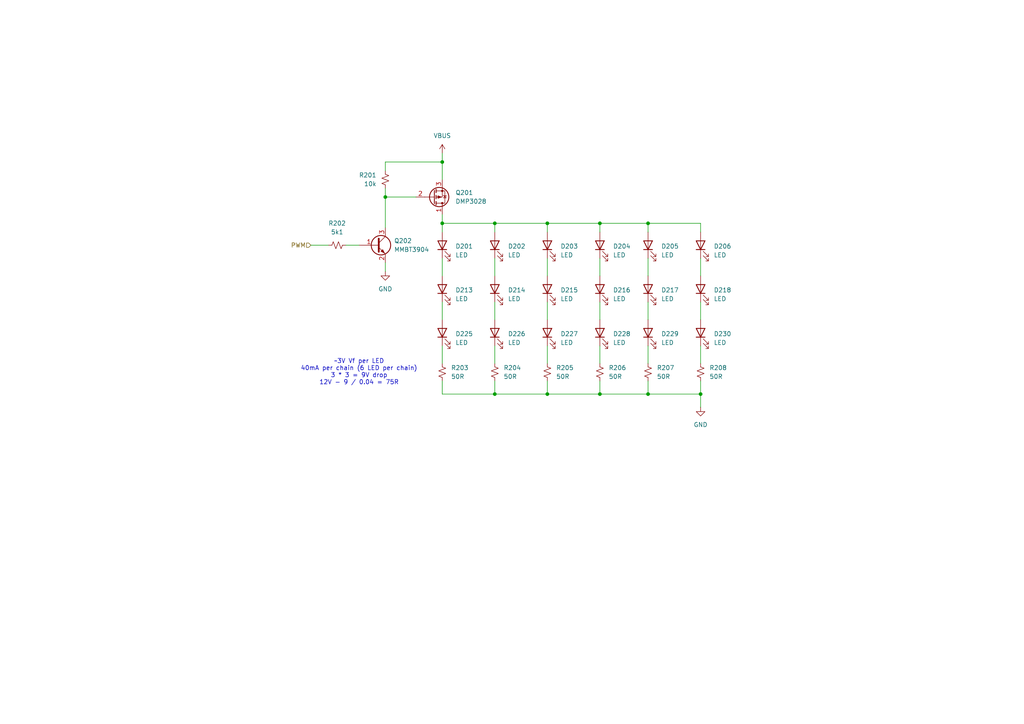
<source format=kicad_sch>
(kicad_sch (version 20231120) (generator "eeschema") (generator_version "8.0")
  (paper "A4")
  (lib_symbols
    (symbol "Device:LED" (pin_numbers hide) (pin_names (offset 1.016) hide)
      (property "Reference" "D" (at 0 2.54 0))
      (property "Value" "LED" (at 0 -2.54 0))
      (symbol "LED_0_1"
        (polyline (pts (xy -1.27 -1.27) (xy -1.27 1.27)) (stroke (width 0.254)))
        (polyline (pts (xy -1.27 0) (xy 1.27 0)))
        (polyline (pts (xy 1.27 -1.27) (xy 1.27 1.27) (xy -1.27 0) (xy 1.27 -1.27)) (stroke (width 0.254)))
        (polyline (pts (xy -3.048 -0.762) (xy -4.572 -2.286) (xy -3.81 -2.286) (xy -4.572 -2.286) (xy -4.572 -1.524)))
        (polyline (pts (xy -1.778 -0.762) (xy -3.302 -2.286) (xy -2.54 -2.286) (xy -3.302 -2.286) (xy -3.302 -1.524)))
      )
      (symbol "LED_1_1"
        (pin passive line (at -3.81 0 0) (length 2.54) (name "K") (number "1"))
        (pin passive line (at 3.81 0 180) (length 2.54) (name "A") (number "2"))
      )
    )
    (symbol "Device:Q_PMOS_DGS" (pin_names (offset 0) hide)
      (property "Reference" "Q" (at 5.08 1.27 0))
      (property "Value" "Q_PMOS_DGS" (at 5.08 -1.27 0))
      (symbol "Q_PMOS_DGS_0_1"
        (polyline (pts (xy 0.254 0) (xy -2.54 0)))
        (polyline (pts (xy 0.254 1.905) (xy 0.254 -1.905)) (stroke (width 0.254)))
        (polyline (pts (xy 0.762 -1.27) (xy 0.762 -2.286)) (stroke (width 0.254)))
        (polyline (pts (xy 0.762 0.508) (xy 0.762 -0.508)) (stroke (width 0.254)))
        (polyline (pts (xy 0.762 2.286) (xy 0.762 1.27)) (stroke (width 0.254)))
        (polyline (pts (xy 2.54 2.54) (xy 2.54 1.778)))
        (polyline (pts (xy 2.54 -2.54) (xy 2.54 0) (xy 0.762 0)))
        (polyline (pts (xy 0.762 1.778) (xy 3.302 1.778) (xy 3.302 -1.778) (xy 0.762 -1.778)))
        (polyline (pts (xy 2.286 0) (xy 1.27 0.381) (xy 1.27 -0.381) (xy 2.286 0)) (fill (type outline)))
        (polyline (pts (xy 2.794 -0.508) (xy 2.921 -0.381) (xy 3.683 -0.381) (xy 3.81 -0.254)))
        (polyline (pts (xy 3.302 -0.381) (xy 2.921 0.254) (xy 3.683 0.254) (xy 3.302 -0.381)))
        (circle (center 1.651 0) (radius 2.794) (stroke (width 0.254)))
        (circle (center 2.54 -1.778) (radius 0.254) (fill (type outline)))
        (circle (center 2.54 1.778) (radius 0.254) (fill (type outline)))
      )
      (symbol "Q_PMOS_DGS_1_1"
        (pin passive line (at 2.54 5.08 270) (length 2.54) (name "D") (number "1"))
        (pin input line (at -5.08 0 0) (length 2.54) (name "G") (number "2"))
        (pin passive line (at 2.54 -5.08 90) (length 2.54) (name "S") (number "3"))
      )
    )
    (symbol "Device:R_Small_US" (pin_numbers hide) (pin_names (offset 0.254) hide)
      (property "Reference" "R" (at 0.762 0.508 0))
      (property "Value" "R_Small_US" (at 0.762 -1.016 0))
      (symbol "R_Small_US_1_1"
        (polyline (pts (xy 0 0) (xy 1.016 -0.381) (xy 0 -0.762) (xy -1.016 -1.143) (xy 0 -1.524)))
        (polyline (pts (xy 0 1.524) (xy 1.016 1.143) (xy 0 0.762) (xy -1.016 0.381) (xy 0 0)))
        (pin passive line (at 0 2.54 270) (length 1.016) (name "~") (number "1"))
        (pin passive line (at 0 -2.54 90) (length 1.016) (name "~") (number "2"))
      )
    )
    (symbol "Transistor_BJT:MMBT3904" (pin_names (offset 0) hide)
      (property "Reference" "Q" (at 5.08 1.905 0))
      (property "Value" "MMBT3904" (at 5.08 0 0))
      (symbol "MMBT3904_0_1"
        (polyline (pts (xy 0.635 0.635) (xy 2.54 2.54)))
        (polyline (pts (xy 0.635 -0.635) (xy 2.54 -2.54) (xy 2.54 -2.54)))
        (polyline (pts (xy 0.635 1.905) (xy 0.635 -1.905) (xy 0.635 -1.905)) (stroke (width 0.508)))
        (polyline (pts (xy 1.27 -1.778) (xy 1.778 -1.27) (xy 2.286 -2.286) (xy 1.27 -1.778) (xy 1.27 -1.778)) (fill (type outline)))
        (circle (center 1.27 0) (radius 2.8194) (stroke (width 0.254)))
      )
      (symbol "MMBT3904_1_1"
        (pin input line (at -5.08 0 0) (length 5.715) (name "B") (number "1"))
        (pin passive line (at 2.54 -5.08 90) (length 2.54) (name "E") (number "2"))
        (pin passive line (at 2.54 5.08 270) (length 2.54) (name "C") (number "3"))
      )
    )
    (symbol "power:GND" (power) (pin_numbers hide) (pin_names (offset 0) hide)
      (property "Value" "GND" (at 0 -3.81 0))
      (symbol "GND_0_1"
        (polyline (pts (xy 0 0) (xy 0 -1.27) (xy 1.27 -1.27) (xy 0 -2.54) (xy -1.27 -1.27) (xy 0 -1.27)))
      )
      (symbol "GND_1_1"
        (pin power_in line (at 0 0 270) (length 0) (name "~") (number "1"))
      )
    )
    (symbol "power:VBUS" (power) (pin_numbers hide) (pin_names (offset 0) hide)
      (property "Value" "VBUS" (at 0 3.556 0))
      (symbol "VBUS_0_1"
        (polyline (pts (xy -0.762 1.27) (xy 0 2.54)))
        (polyline (pts (xy 0 0) (xy 0 2.54)))
        (polyline (pts (xy 0 2.54) (xy 0.762 1.27)))
      )
      (symbol "VBUS_1_1"
        (pin power_in line (at 0 0 90) (length 0) (name "~") (number "1"))
      )
    )
  )
  (junction (at 143.51 114.3))
  (junction (at 158.75 64.77))
  (junction (at 158.75 114.3))
  (junction (at 111.76 57.15))
  (junction (at 128.27 64.77))
  (junction (at 143.51 64.77))
  (junction (at 173.99 64.77))
  (junction (at 203.2 114.3))
  (junction (at 173.99 114.3))
  (junction (at 187.96 114.3))
  (junction (at 128.27 46.99))
  (junction (at 187.96 64.77))
  (wire (pts (xy 128.27 100.33) (xy 128.27 105.41)))
  (wire (pts (xy 128.27 44.45) (xy 128.27 46.99)))
  (wire (pts (xy 187.96 100.33) (xy 187.96 105.41)))
  (wire (pts (xy 187.96 64.77) (xy 203.2 64.77)))
  (wire (pts (xy 158.75 110.49) (xy 158.75 114.3)))
  (wire (pts (xy 158.75 64.77) (xy 158.75 67.31)))
  (wire (pts (xy 111.76 49.53) (xy 111.76 46.99)))
  (wire (pts (xy 128.27 64.77) (xy 143.51 64.77)))
  (wire (pts (xy 120.65 57.15) (xy 111.76 57.15)))
  (wire (pts (xy 90.17 71.12) (xy 95.25 71.12)))
  (wire (pts (xy 158.75 87.63) (xy 158.75 92.71)))
  (wire (pts (xy 128.27 64.77) (xy 128.27 67.31)))
  (wire (pts (xy 158.75 114.3) (xy 173.99 114.3)))
  (wire (pts (xy 187.96 74.93) (xy 187.96 80.01)))
  (wire (pts (xy 173.99 87.63) (xy 173.99 92.71)))
  (wire (pts (xy 143.51 114.3) (xy 158.75 114.3)))
  (wire (pts (xy 173.99 64.77) (xy 173.99 67.31)))
  (wire (pts (xy 187.96 114.3) (xy 187.96 110.49)))
  (wire (pts (xy 143.51 74.93) (xy 143.51 80.01)))
  (wire (pts (xy 128.27 46.99) (xy 128.27 52.07)))
  (wire (pts (xy 143.51 87.63) (xy 143.51 92.71)))
  (wire (pts (xy 111.76 54.61) (xy 111.76 57.15)))
  (wire (pts (xy 128.27 62.23) (xy 128.27 64.77)))
  (wire (pts (xy 173.99 100.33) (xy 173.99 105.41)))
  (wire (pts (xy 128.27 114.3) (xy 128.27 110.49)))
  (wire (pts (xy 111.76 46.99) (xy 128.27 46.99)))
  (wire (pts (xy 128.27 74.93) (xy 128.27 80.01)))
  (wire (pts (xy 143.51 64.77) (xy 143.51 67.31)))
  (wire (pts (xy 203.2 114.3) (xy 187.96 114.3)))
  (wire (pts (xy 203.2 64.77) (xy 203.2 67.31)))
  (wire (pts (xy 158.75 100.33) (xy 158.75 105.41)))
  (wire (pts (xy 173.99 64.77) (xy 187.96 64.77)))
  (wire (pts (xy 173.99 74.93) (xy 173.99 80.01)))
  (wire (pts (xy 203.2 87.63) (xy 203.2 92.71)))
  (wire (pts (xy 203.2 74.93) (xy 203.2 80.01)))
  (wire (pts (xy 203.2 110.49) (xy 203.2 114.3)))
  (wire (pts (xy 203.2 100.33) (xy 203.2 105.41)))
  (wire (pts (xy 143.51 110.49) (xy 143.51 114.3)))
  (wire (pts (xy 187.96 87.63) (xy 187.96 92.71)))
  (wire (pts (xy 143.51 100.33) (xy 143.51 105.41)))
  (wire (pts (xy 173.99 110.49) (xy 173.99 114.3)))
  (wire (pts (xy 187.96 114.3) (xy 173.99 114.3)))
  (wire (pts (xy 128.27 87.63) (xy 128.27 92.71)))
  (wire (pts (xy 158.75 64.77) (xy 173.99 64.77)))
  (wire (pts (xy 111.76 76.2) (xy 111.76 78.74)))
  (wire (pts (xy 100.33 71.12) (xy 104.14 71.12)))
  (wire (pts (xy 187.96 64.77) (xy 187.96 67.31)))
  (wire (pts (xy 128.27 114.3) (xy 143.51 114.3)))
  (wire (pts (xy 111.76 57.15) (xy 111.76 66.04)))
  (wire (pts (xy 143.51 64.77) (xy 158.75 64.77)))
  (wire (pts (xy 158.75 74.93) (xy 158.75 80.01)))
  (wire (pts (xy 203.2 118.11) (xy 203.2 114.3)))
  (text "~3V Vf per LED\n40mA per chain (6 LED per chain)\n3 * 3 = 9V drop\n12V - 9 / 0.04 = 75R" (at 104.14 107.95 0) (effects (font (size 1.27 1.27))))
  (hierarchical_label "PWM" (shape input) (at 90.17 71.12 180))
  (symbol (lib_id "power:GND") (at 111.76 78.74 0) (unit 1)
    (property "Reference" "#PWR0202" (effects (hide yes)))
    (property "Value" "GND" (at 111.76 83.82 0))
    (property "Description" "Power symbol creates a global label with name \"GND\" , ground" (effects (hide yes)))
  )
  (symbol (lib_id "Device:R_Small_US") (at 128.27 107.95 0) (unit 1)
    (property "Reference" "R203" (at 130.81 106.6799 0) (effects (justify left)))
    (property "Value" "50R" (at 130.81 109.2199 0) (effects (justify left)))
    (property "Footprint" "Resistor_SMD:R_0805_2012Metric" (effects (hide yes)))
    (property "Description" "Resistor, small US symbol" (effects (hide yes)))
    (property "LCSC ID" "C17470" (effects (hide yes)))
  )
  (symbol (lib_id "Device:LED") (at 173.99 96.52 90) (unit 1)
    (property "Reference" "D228" (at 177.8 96.8374 90) (effects (justify right)))
    (property "Value" "LED" (at 177.8 99.3774 90) (effects (justify right)))
    (property "Footprint" "LED_SMD:LED_PLCC_2835" (effects (hide yes)))
    (property "Description" "Light emitting diode" (effects (hide yes)))
    (property "LCSC ID" "C210312" (effects (hide yes)))
  )
  (symbol (lib_id "Device:LED") (at 158.75 96.52 90) (unit 1)
    (property "Reference" "D227" (at 162.56 96.8374 90) (effects (justify right)))
    (property "Value" "LED" (at 162.56 99.3774 90) (effects (justify right)))
    (property "Footprint" "LED_SMD:LED_PLCC_2835" (effects (hide yes)))
    (property "Description" "Light emitting diode" (effects (hide yes)))
    (property "LCSC ID" "C210312" (effects (hide yes)))
  )
  (symbol (lib_id "Device:LED") (at 187.96 96.52 90) (unit 1)
    (property "Reference" "D229" (at 191.77 96.8374 90) (effects (justify right)))
    (property "Value" "LED" (at 191.77 99.3774 90) (effects (justify right)))
    (property "Footprint" "LED_SMD:LED_PLCC_2835" (effects (hide yes)))
    (property "Description" "Light emitting diode" (effects (hide yes)))
    (property "LCSC ID" "C210312" (effects (hide yes)))
  )
  (symbol (lib_id "Device:LED") (at 173.99 71.12 90) (unit 1)
    (property "Reference" "D204" (at 177.8 71.4374 90) (effects (justify right)))
    (property "Value" "LED" (at 177.8 73.9774 90) (effects (justify right)))
    (property "Footprint" "LED_SMD:LED_PLCC_2835" (effects (hide yes)))
    (property "Description" "Light emitting diode" (effects (hide yes)))
    (property "LCSC ID" "C210312" (effects (hide yes)))
  )
  (symbol (lib_id "Device:LED") (at 128.27 71.12 90) (unit 1)
    (property "Reference" "D201" (at 132.08 71.4374 90) (effects (justify right)))
    (property "Value" "LED" (at 132.08 73.9774 90) (effects (justify right)))
    (property "Footprint" "LED_SMD:LED_PLCC_2835" (effects (hide yes)))
    (property "Description" "Light emitting diode" (effects (hide yes)))
    (property "LCSC ID" "C210312" (effects (hide yes)))
  )
  (symbol (lib_id "Device:R_Small_US") (at 143.51 107.95 0) (unit 1)
    (property "Reference" "R204" (at 146.05 106.6799 0) (effects (justify left)))
    (property "Value" "50R" (at 146.05 109.2199 0) (effects (justify left)))
    (property "Footprint" "Resistor_SMD:R_0805_2012Metric" (effects (hide yes)))
    (property "Description" "Resistor, small US symbol" (effects (hide yes)))
    (property "LCSC ID" "C17470" (effects (hide yes)))
  )
  (symbol (lib_id "power:GND") (at 203.2 118.11 0) (unit 1)
    (property "Reference" "#PWR0203" (effects (hide yes)))
    (property "Value" "GND" (at 203.2 123.19 0))
    (property "Description" "Power symbol creates a global label with name \"GND\" , ground" (effects (hide yes)))
  )
  (symbol (lib_id "Device:LED") (at 158.75 71.12 90) (unit 1)
    (property "Reference" "D203" (at 162.56 71.4374 90) (effects (justify right)))
    (property "Value" "LED" (at 162.56 73.9774 90) (effects (justify right)))
    (property "Footprint" "LED_SMD:LED_PLCC_2835" (effects (hide yes)))
    (property "Description" "Light emitting diode" (effects (hide yes)))
    (property "LCSC ID" "C210312" (effects (hide yes)))
  )
  (symbol (lib_id "Device:LED") (at 187.96 71.12 90) (unit 1)
    (property "Reference" "D205" (at 191.77 71.4374 90) (effects (justify right)))
    (property "Value" "LED" (at 191.77 73.9774 90) (effects (justify right)))
    (property "Footprint" "LED_SMD:LED_PLCC_2835" (effects (hide yes)))
    (property "Description" "Light emitting diode" (effects (hide yes)))
    (property "LCSC ID" "C210312" (effects (hide yes)))
  )
  (symbol (lib_id "Device:LED") (at 143.51 96.52 90) (unit 1)
    (property "Reference" "D226" (at 147.32 96.8374 90) (effects (justify right)))
    (property "Value" "LED" (at 147.32 99.3774 90) (effects (justify right)))
    (property "Footprint" "LED_SMD:LED_PLCC_2835" (effects (hide yes)))
    (property "Description" "Light emitting diode" (effects (hide yes)))
    (property "LCSC ID" "C210312" (effects (hide yes)))
  )
  (symbol (lib_id "Device:LED") (at 203.2 96.52 90) (unit 1)
    (property "Reference" "D230" (at 207.01 96.8374 90) (effects (justify right)))
    (property "Value" "LED" (at 207.01 99.3774 90) (effects (justify right)))
    (property "Footprint" "LED_SMD:LED_PLCC_2835" (effects (hide yes)))
    (property "Description" "Light emitting diode" (effects (hide yes)))
    (property "LCSC ID" "C210312" (effects (hide yes)))
  )
  (symbol (lib_id "Device:LED") (at 128.27 96.52 90) (unit 1)
    (property "Reference" "D225" (at 132.08 96.8374 90) (effects (justify right)))
    (property "Value" "LED" (at 132.08 99.3774 90) (effects (justify right)))
    (property "Footprint" "LED_SMD:LED_PLCC_2835" (effects (hide yes)))
    (property "Description" "Light emitting diode" (effects (hide yes)))
    (property "LCSC ID" "C210312" (effects (hide yes)))
  )
  (symbol (lib_id "Device:LED") (at 158.75 83.82 90) (unit 1)
    (property "Reference" "D215" (at 162.56 84.1374 90) (effects (justify right)))
    (property "Value" "LED" (at 162.56 86.6774 90) (effects (justify right)))
    (property "Footprint" "LED_SMD:LED_PLCC_2835" (effects (hide yes)))
    (property "Description" "Light emitting diode" (effects (hide yes)))
    (property "LCSC ID" "C210312" (effects (hide yes)))
  )
  (symbol (lib_id "Device:LED") (at 173.99 83.82 90) (unit 1)
    (property "Reference" "D216" (at 177.8 84.1374 90) (effects (justify right)))
    (property "Value" "LED" (at 177.8 86.6774 90) (effects (justify right)))
    (property "Footprint" "LED_SMD:LED_PLCC_2835" (effects (hide yes)))
    (property "Description" "Light emitting diode" (effects (hide yes)))
    (property "LCSC ID" "C210312" (effects (hide yes)))
  )
  (symbol (lib_id "Device:LED") (at 128.27 83.82 90) (unit 1)
    (property "Reference" "D213" (at 132.08 84.1374 90) (effects (justify right)))
    (property "Value" "LED" (at 132.08 86.6774 90) (effects (justify right)))
    (property "Footprint" "LED_SMD:LED_PLCC_2835" (effects (hide yes)))
    (property "Description" "Light emitting diode" (effects (hide yes)))
    (property "LCSC ID" "C210312" (effects (hide yes)))
  )
  (symbol (lib_id "Device:LED") (at 203.2 83.82 90) (unit 1)
    (property "Reference" "D218" (at 207.01 84.1374 90) (effects (justify right)))
    (property "Value" "LED" (at 207.01 86.6774 90) (effects (justify right)))
    (property "Footprint" "LED_SMD:LED_PLCC_2835" (effects (hide yes)))
    (property "Description" "Light emitting diode" (effects (hide yes)))
    (property "LCSC ID" "C210312" (effects (hide yes)))
  )
  (symbol (lib_id "Device:R_Small_US") (at 158.75 107.95 0) (unit 1)
    (property "Reference" "R205" (at 161.29 106.6799 0) (effects (justify left)))
    (property "Value" "50R" (at 161.29 109.2199 0) (effects (justify left)))
    (property "Footprint" "Resistor_SMD:R_0805_2012Metric" (effects (hide yes)))
    (property "Description" "Resistor, small US symbol" (effects (hide yes)))
    (property "LCSC ID" "C17470" (effects (hide yes)))
  )
  (symbol (lib_id "Device:LED") (at 143.51 83.82 90) (unit 1)
    (property "Reference" "D214" (at 147.32 84.1374 90) (effects (justify right)))
    (property "Value" "LED" (at 147.32 86.6774 90) (effects (justify right)))
    (property "Footprint" "LED_SMD:LED_PLCC_2835" (effects (hide yes)))
    (property "Description" "Light emitting diode" (effects (hide yes)))
    (property "LCSC ID" "C210312" (effects (hide yes)))
  )
  (symbol (lib_id "Device:R_Small_US") (at 187.96 107.95 0) (unit 1)
    (property "Reference" "R207" (at 190.5 106.6799 0) (effects (justify left)))
    (property "Value" "50R" (at 190.5 109.2199 0) (effects (justify left)))
    (property "Footprint" "Resistor_SMD:R_0805_2012Metric" (effects (hide yes)))
    (property "Description" "Resistor, small US symbol" (effects (hide yes)))
    (property "LCSC ID" "C17470" (effects (hide yes)))
  )
  (symbol (lib_id "Device:LED") (at 187.96 83.82 90) (unit 1)
    (property "Reference" "D217" (at 191.77 84.1374 90) (effects (justify right)))
    (property "Value" "LED" (at 191.77 86.6774 90) (effects (justify right)))
    (property "Footprint" "LED_SMD:LED_PLCC_2835" (effects (hide yes)))
    (property "Description" "Light emitting diode" (effects (hide yes)))
    (property "LCSC ID" "C210312" (effects (hide yes)))
  )
  (symbol (lib_id "Device:R_Small_US") (at 97.79 71.12 90) (unit 1)
    (property "Reference" "R202" (at 97.79 64.77 90))
    (property "Value" "5k1" (at 97.79 67.31 90))
    (property "Footprint" "Resistor_SMD:R_0402_1005Metric" (effects (hide yes)))
    (property "Description" "Resistor, small US symbol" (effects (hide yes)))
    (property "LCSC ID" "C25905" (effects (hide yes)))
  )
  (symbol (lib_id "power:VBUS") (at 128.27 44.45 0) (unit 1)
    (property "Reference" "#PWR0201" (effects (hide yes)))
    (property "Value" "VBUS" (at 128.27 39.37 0))
    (property "Description" "Power symbol creates a global label with name \"VBUS\"" (effects (hide yes)))
  )
  (symbol (lib_id "Device:LED") (at 203.2 71.12 90) (unit 1)
    (property "Reference" "D206" (at 207.01 71.4374 90) (effects (justify right)))
    (property "Value" "LED" (at 207.01 73.9774 90) (effects (justify right)))
    (property "Footprint" "LED_SMD:LED_PLCC_2835" (effects (hide yes)))
    (property "Description" "Light emitting diode" (effects (hide yes)))
    (property "LCSC ID" "C210312" (effects (hide yes)))
  )
  (symbol (lib_id "Device:LED") (at 143.51 71.12 90) (unit 1)
    (property "Reference" "D202" (at 147.32 71.4374 90) (effects (justify right)))
    (property "Value" "LED" (at 147.32 73.9774 90) (effects (justify right)))
    (property "Footprint" "LED_SMD:LED_PLCC_2835" (effects (hide yes)))
    (property "Description" "Light emitting diode" (effects (hide yes)))
    (property "LCSC ID" "C210312" (effects (hide yes)))
  )
  (symbol (lib_id "Device:R_Small_US") (at 111.76 52.07 0) (unit 1)
    (property "Reference" "R201" (at 109.22 50.7999 0) (effects (justify right)))
    (property "Value" "10k" (at 109.22 53.3399 0) (effects (justify right)))
    (property "Footprint" "Resistor_SMD:R_0402_1005Metric" (effects (hide yes)))
    (property "Description" "Resistor, small US symbol" (effects (hide yes)))
    (property "LCSC ID" "C25744" (effects (hide yes)))
  )
  (symbol (lib_id "Transistor_BJT:MMBT3904") (at 109.22 71.12 0) (unit 1)
    (property "Reference" "Q202" (at 114.3 69.8499 0) (effects (justify left)))
    (property "Value" "MMBT3904" (at 114.3 72.3899 0) (effects (justify left)))
    (property "Footprint" "Package_TO_SOT_SMD:SOT-23" (effects (hide yes)))
    (property "Datasheet" "https://www.onsemi.com/pdf/datasheet/pzt3904-d.pdf" (effects (hide yes)))
    (property "Description" "0.2A Ic, 40V Vce, Small Signal NPN Transistor, SOT-23" (effects (hide yes)))
    (property "LCSC ID" "C20526" (effects (hide yes)))
  )
  (symbol (lib_id "Device:R_Small_US") (at 173.99 107.95 0) (unit 1)
    (property "Reference" "R206" (at 176.53 106.6799 0) (effects (justify left)))
    (property "Value" "50R" (at 176.53 109.2199 0) (effects (justify left)))
    (property "Footprint" "Resistor_SMD:R_0805_2012Metric" (effects (hide yes)))
    (property "Description" "Resistor, small US symbol" (effects (hide yes)))
    (property "LCSC ID" "C17470" (effects (hide yes)))
  )
  (symbol (lib_id "Device:Q_PMOS_DGS") (at 125.73 57.15 0) (mirror x) (unit 1)
    (property "Reference" "Q201" (at 132.08 55.88 0) (effects (justify left)))
    (property "Value" "DMP3028" (at 132.08 58.42 0) (effects (justify left)))
    (property "Footprint" "matei:DMP3028-UDFN2020" (effects (hide yes)))
    (property "Description" "P-MOSFET transistor, drain/gate/source" (effects (hide yes)))
    (property "LCSC ID" "C150441" (effects (hide yes)))
  )
  (symbol (lib_id "Device:R_Small_US") (at 203.2 107.95 0) (unit 1)
    (property "Reference" "R208" (at 205.74 106.6799 0) (effects (justify left)))
    (property "Value" "50R" (at 205.74 109.2199 0) (effects (justify left)))
    (property "Footprint" "Resistor_SMD:R_0805_2012Metric" (effects (hide yes)))
    (property "Description" "Resistor, small US symbol" (effects (hide yes)))
    (property "LCSC ID" "C17470" (effects (hide yes)))
  )
)
</source>
